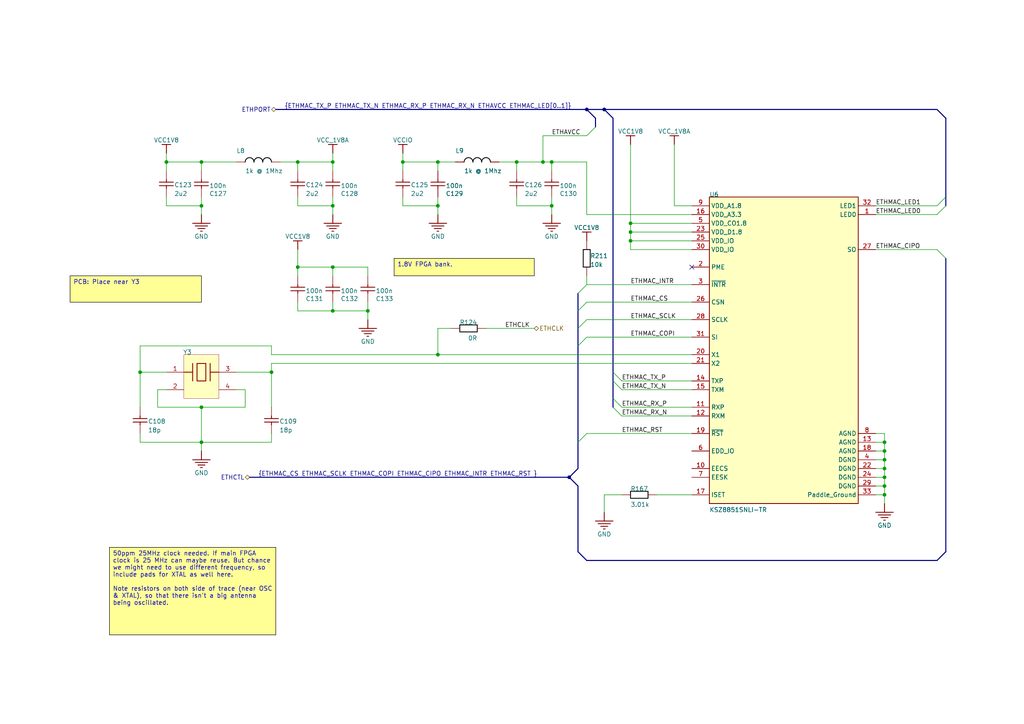
<source format=kicad_sch>
(kicad_sch (version 20231120) (generator "eeschema") (generator_version "8.0")
  (paper "A4")
  (title_block (title "<Enter Sheet Title>"))
  (lib_symbols
    (symbol "SONATA-ONE-symbols:GND_POWER_GROUND" (power)
      (property "Reference" "#PWR" (at 0 0 0))
      (property "Value" "GND" (at 0 6.35 0))
      (symbol "GND_POWER_GROUND_0_0"
        (polyline (pts (xy -2.54 -2.54) (xy 2.54 -2.54)) (stroke (width 0.254)))
        (polyline (pts (xy -1.778 -3.302) (xy 1.778 -3.302)) (stroke (width 0.254)))
        (polyline (pts (xy -1.016 -4.064) (xy 1.016 -4.064)) (stroke (width 0.254)))
        (polyline (pts (xy -0.254 -4.826) (xy 0.254 -4.826)) (stroke (width 0.254)))
        (polyline (pts (xy 0 0) (xy 0 -2.54)) (stroke (width 0.254)))
        (pin power_in line (at 0 0 0) (length 0) hide (name "GND") (number ""))
      )
    )
    (symbol "SONATA-ONE-symbols:VCC1V8_BAR" (power)
      (property "Reference" "#PWR" (at 0 0 0))
      (property "Value" "VCC1V8" (at 0 3.81 0))
      (symbol "VCC1V8_BAR_0_0"
        (polyline (pts (xy -1.27 -2.54) (xy 1.27 -2.54)) (stroke (width 0.254)))
        (polyline (pts (xy 0 0) (xy 0 -2.54)) (stroke (width 0.254)))
        (pin power_in line (at 0 0 0) (length 0) hide (name "VCC1V8") (number ""))
      )
    )
    (symbol "SONATA-ONE-symbols:VCCIO_BAR" (power)
      (property "Reference" "#PWR" (at 0 0 0))
      (property "Value" "VCCIO" (at 0 3.81 0))
      (symbol "VCCIO_BAR_0_0"
        (polyline (pts (xy -1.27 -2.54) (xy 1.27 -2.54)) (stroke (width 0.254)))
        (polyline (pts (xy 0 0) (xy 0 -2.54)) (stroke (width 0.254)))
        (pin power_in line (at 0 0 0) (length 0) hide (name "VCCIO") (number ""))
      )
    )
    (symbol "SONATA-ONE-symbols:VCC_1V8A_BAR" (power)
      (property "Reference" "#PWR" (at 0 0 0))
      (property "Value" "VCC_1V8A" (at 0 3.81 0))
      (symbol "VCC_1V8A_BAR_0_0"
        (polyline (pts (xy -1.27 -2.54) (xy 1.27 -2.54)) (stroke (width 0.254)))
        (polyline (pts (xy 0 0) (xy 0 -2.54)) (stroke (width 0.254)))
        (pin power_in line (at 0 0 0) (length 0) hide (name "VCC_1V8A") (number ""))
      )
    )
    (symbol "SONATA-ONE-symbols:root_0_1954b1b3eed228fd5e2ba5f863c4309"
      (symbol "root_0_1954b1b3eed228fd5e2ba5f863c4309_1_0"
        (rectangle (start 48.26 2.54) (end 5.08 -86.36) (stroke (width 0.254) (color 128 0 0 1)) (fill (type background)))
        (pin output line (at 53.34 -2.54 180) (length 5.08) (name "LED0") (number "1"))
        (pin input line (at 0 -76.2 0) (length 5.08) (name "EECS") (number "10"))
        (pin bidirectional line (at 0 -58.42 0) (length 5.08) (name "RXP") (number "11"))
        (pin bidirectional line (at 0 -60.96 0) (length 5.08) (name "RXM") (number "12"))
        (pin power_in line (at 53.34 -68.58 180) (length 5.08) (name "AGND") (number "13"))
        (pin bidirectional line (at 0 -50.8 0) (length 5.08) (name "TXP") (number "14"))
        (pin bidirectional line (at 0 -53.34 0) (length 5.08) (name "TXM") (number "15"))
        (pin power_in line (at 0 -2.54 0) (length 5.08) (name "VDD_A3.3") (number "16"))
        (pin output line (at 0 -83.82 0) (length 5.08) (name "ISET") (number "17"))
        (pin power_in line (at 53.34 -71.12 180) (length 5.08) (name "AGND") (number "18"))
        (pin input line (at 0 -66.04 0) (length 5.08) (name "~{RST}") (number "19"))
        (pin input line (at 0 -17.78 0) (length 5.08) (name "PME") (number "2"))
        (pin input line (at 0 -43.18 0) (length 5.08) (name "X1") (number "20"))
        (pin output line (at 0 -45.72 0) (length 5.08) (name "X2") (number "21"))
        (pin power_in line (at 53.34 -76.2 180) (length 5.08) (name "DGND") (number "22"))
        (pin power_in line (at 0 -7.62 0) (length 5.08) (name "VDD_D1.8") (number "23"))
        (pin power_in line (at 53.34 -78.74 180) (length 5.08) (name "DGND") (number "24"))
        (pin power_in line (at 0 -10.16 0) (length 5.08) (name "VDD_IO") (number "25"))
        (pin input line (at 0 -27.94 0) (length 5.08) (name "CSN") (number "26"))
        (pin output line (at 53.34 -12.7 180) (length 5.08) (name "SO") (number "27"))
        (pin input line (at 0 -33.02 0) (length 5.08) (name "SCLK") (number "28"))
        (pin power_in line (at 53.34 -81.28 180) (length 5.08) (name "DGND") (number "29"))
        (pin input line (at 0 -22.86 0) (length 5.08) (name "~{INTR}") (number "3"))
        (pin power_in line (at 0 -12.7 0) (length 5.08) (name "VDD_IO") (number "30"))
        (pin input line (at 0 -38.1 0) (length 5.08) (name "SI") (number "31"))
        (pin output line (at 53.34 0 180) (length 5.08) (name "LED1") (number "32"))
        (pin passive line (at 53.34 -83.82 180) (length 5.08) (name "Paddle_Ground") (number "33"))
        (pin power_in line (at 53.34 -73.66 180) (length 5.08) (name "DGND") (number "4"))
        (pin power_in line (at 0 -5.08 0) (length 5.08) (name "VDD_CO1.8") (number "5"))
        (pin bidirectional line (at 0 -71.12 0) (length 5.08) (name "EDD_IO") (number "6"))
        (pin input line (at 0 -78.74 0) (length 5.08) (name "EESK") (number "7"))
        (pin power_in line (at 53.34 -66.04 180) (length 5.08) (name "AGND") (number "8"))
        (pin power_in line (at 0 0 0) (length 5.08) (name "VDD_A1.8") (number "9"))
      )
    )
    (symbol "SONATA-ONE-symbols:root_0_CAP"
      (symbol "root_0_CAP_1_0"
        (polyline (pts (xy -2.032 1.778) (xy 2.032 1.778)) (stroke (width 0.254)))
        (polyline (pts (xy 0 0) (xy 0 0.762)) (stroke (width 0.254)))
        (polyline (pts (xy 0 2.54) (xy 0 1.778)) (stroke (width 0.254)))
        (polyline (pts (xy 2.032 0.762) (xy -2.032 0.762)) (stroke (width 0.254)))
        (pin passive line (at 0 5.08 270) (length 2.54) (name "1") (number "1"))
        (pin passive line (at 0 -2.54 90) (length 2.54) (name "2") (number "2"))
      )
    )
    (symbol "SONATA-ONE-symbols:root_0_H130B-12.000-16-2525-EXT-TR"
      (symbol "root_0_H130B-12.000-16-2525-EXT-TR_1_0"
        (polyline (pts (xy 5.08 0) (xy 7.62 0)) (stroke (width 0.254)))
        (polyline (pts (xy 7.62 2.54) (xy 7.62 -2.54)) (stroke (width 0.254)))
        (polyline (pts (xy 12.7 0) (xy 15.24 0)) (stroke (width 0.254)))
        (polyline (pts (xy 12.7 2.54) (xy 12.7 -2.54)) (stroke (width 0.254)))
        (polyline (pts (xy 8.89 2.54) (xy 8.89 -2.54) (xy 11.43 -2.54) (xy 11.43 2.54) (xy 8.89 2.54)) (stroke (width 0.254)))
        (rectangle (start 15.24 5.08) (end 5.08 -7.62) (stroke (width 0.0254) (color 128 0 0 1)) (fill (type background)))
        (pin passive line (at 0 0 0) (length 5.08) (name "1") (number "1"))
        (pin passive line (at 0 -5.08 0) (length 5.08) (name "2") (number "2"))
        (pin passive line (at 20.32 0 180) (length 5.08) (name "3") (number "3"))
        (pin passive line (at 20.32 -5.08 180) (length 5.08) (name "4") (number "4"))
      )
    )
    (symbol "SONATA-ONE-symbols:root_0_IND"
      (symbol "root_0_IND_1_0"
        (arc (start -2.54 0) (mid -3.81 1.27) (end -5.08 0) (stroke (width 0.254) (color 0 0 0 1)))
        (arc (start 0 0) (mid -1.27 1.27) (end -2.54 0) (stroke (width 0.254) (color 0 0 0 1)))
        (arc (start 2.54 0) (mid 1.27 1.27) (end 0 0) (stroke (width 0.254) (color 0 0 0 1)))
        (pin passive line (at -7.62 0 0) (length 2.54) (name "1") (number "1"))
        (pin passive line (at 5.08 0 180) (length 2.54) (name "2") (number "2"))
      )
    )
    (symbol "SONATA-ONE-symbols:root_0_RES-EU"
      (symbol "root_0_RES-EU_1_0"
        (rectangle (start 1.016 2.54) (end -1.016 -2.54) (stroke (width 0.254) (color 0 0 0 1)))
        (pin passive line (at 0 5.08 270) (length 2.54) (name "1") (number "1"))
        (pin passive line (at 0 -5.08 90) (length 2.54) (name "2") (number "2"))
      )
    )
    (symbol "SONATA-ONE-symbols:root_1_RES-EU"
      (symbol "root_1_RES-EU_1_0"
        (rectangle (start 2.54 1.016) (end -2.54 -1.016) (stroke (width 0.254) (color 0 0 0 1)))
        (pin passive line (at -5.08 0 0) (length 2.54) (name "1") (number "1"))
        (pin passive line (at 5.08 0 180) (length 2.54) (name "2") (number "2"))
      )
    )
  )
  (junction (at 256.54 135.89))
  (junction (at 256.54 133.35))
  (junction (at 48.26 46.99))
  (junction (at 165.1 138.43))
  (junction (at 175.26 31.75))
  (junction (at 86.36 77.47))
  (junction (at 160.02 59.69))
  (junction (at 58.42 128.27))
  (junction (at 182.88 64.77))
  (junction (at 116.84 46.99))
  (junction (at 106.68 90.17))
  (junction (at 160.02 46.99))
  (junction (at 149.86 46.99))
  (junction (at 58.42 46.99))
  (junction (at 127 102.87))
  (junction (at 96.52 77.47))
  (junction (at 256.54 143.51))
  (junction (at 86.36 46.99))
  (junction (at 96.52 90.17))
  (junction (at 256.54 128.27))
  (junction (at 127 46.99))
  (junction (at 96.52 46.99))
  (junction (at 58.42 118.11))
  (junction (at 256.54 138.43))
  (junction (at 96.52 59.69))
  (junction (at 182.88 67.31))
  (junction (at 256.54 140.97))
  (junction (at 182.88 69.85))
  (junction (at 127 59.69))
  (junction (at 256.54 130.81))
  (junction (at 58.42 59.69))
  (junction (at 170.18 31.75))
  (junction (at 40.64 107.95))
  (junction (at 78.74 107.95))
  (junction (at 157.48 46.99))
  (no_connect (at 200.66 77.47))
  (bus_entry (at 177.8 107.95) (size 2.54 2.54))
  (bus_entry (at 170.18 97.79) (size -2.54 2.54))
  (bus_entry (at 170.18 82.55) (size -2.54 2.54))
  (bus_entry (at 271.78 59.69) (size 2.54 -2.54))
  (bus_entry (at 170.18 92.71) (size -2.54 2.54))
  (bus_entry (at 170.18 87.63) (size -2.54 2.54))
  (bus_entry (at 170.18 125.73) (size -2.54 2.54))
  (bus_entry (at 177.8 110.49) (size 2.54 2.54))
  (bus_entry (at 271.78 72.39) (size 2.54 2.54))
  (bus_entry (at 177.8 115.57) (size 2.54 2.54))
  (bus_entry (at 271.78 62.23) (size 2.54 -2.54))
  (bus_entry (at 177.8 118.11) (size 2.54 2.54))
  (bus_entry (at 170.18 39.37) (size 2.54 -2.54))
  (bus (pts (xy 170.18 31.75) (xy 175.26 31.75)))
  (wire (pts (xy 195.58 59.69) (xy 195.58 41.91)))
  (wire (pts (xy 86.36 59.69) (xy 96.52 59.69)))
  (wire (pts (xy 200.66 69.85) (xy 182.88 69.85)))
  (wire (pts (xy 170.18 46.99) (xy 160.02 46.99)))
  (bus (pts (xy 172.72 34.29) (xy 170.18 31.75)))
  (wire (pts (xy 71.12 118.11) (xy 71.12 113.03)))
  (wire (pts (xy 48.26 57.15) (xy 48.26 59.69)))
  (bus (pts (xy 72.39 138.43) (xy 165.1 138.43)))
  (wire (pts (xy 200.66 143.51) (xy 190.5 143.51)))
  (wire (pts (xy 170.18 125.73) (xy 200.66 125.73)))
  (wire (pts (xy 170.18 87.63) (xy 200.66 87.63)))
  (wire (pts (xy 254 135.89) (xy 256.54 135.89)))
  (wire (pts (xy 170.18 82.55) (xy 200.66 82.55)))
  (wire (pts (xy 254 130.81) (xy 256.54 130.81)))
  (wire (pts (xy 144.78 46.99) (xy 149.86 46.99)))
  (wire (pts (xy 71.12 113.03) (xy 68.58 113.03)))
  (wire (pts (xy 86.36 90.17) (xy 86.36 87.63)))
  (bus (pts (xy 274.32 74.93) (xy 274.32 160.02)))
  (wire (pts (xy 116.84 44.45) (xy 116.84 46.99)))
  (wire (pts (xy 132.08 46.99) (xy 127 46.99)))
  (wire (pts (xy 78.74 107.95) (xy 68.58 107.95)))
  (bus (pts (xy 274.32 57.15) (xy 274.32 59.69)))
  (wire (pts (xy 116.84 46.99) (xy 116.84 49.53)))
  (wire (pts (xy 127 102.87) (xy 78.74 102.87)))
  (wire (pts (xy 58.42 118.11) (xy 58.42 128.27)))
  (bus (pts (xy 167.64 160.02) (xy 167.64 140.97)))
  (wire (pts (xy 200.66 113.03) (xy 180.34 113.03)))
  (bus (pts (xy 170.18 162.56) (xy 167.64 160.02)))
  (wire (pts (xy 149.86 57.15) (xy 149.86 59.69)))
  (bus (pts (xy 172.72 36.83) (xy 172.72 34.29)))
  (wire (pts (xy 86.36 77.47) (xy 86.36 72.39)))
  (wire (pts (xy 58.42 59.69) (xy 58.42 57.15)))
  (wire (pts (xy 116.84 57.15) (xy 116.84 59.69)))
  (wire (pts (xy 256.54 143.51) (xy 256.54 146.05)))
  (wire (pts (xy 170.18 80.01) (xy 170.18 82.55)))
  (wire (pts (xy 200.66 72.39) (xy 182.88 72.39)))
  (wire (pts (xy 106.68 90.17) (xy 106.68 92.71)))
  (wire (pts (xy 106.68 90.17) (xy 96.52 90.17)))
  (wire (pts (xy 254 143.51) (xy 256.54 143.51)))
  (bus (pts (xy 274.32 34.29) (xy 274.32 57.15)))
  (wire (pts (xy 200.66 105.41) (xy 78.74 105.41)))
  (wire (pts (xy 182.88 69.85) (xy 182.88 67.31)))
  (wire (pts (xy 170.18 62.23) (xy 170.18 46.99)))
  (wire (pts (xy 48.26 46.99) (xy 48.26 49.53)))
  (wire (pts (xy 140.97 95.25) (xy 154.94 95.25)))
  (wire (pts (xy 149.86 59.69) (xy 160.02 59.69)))
  (wire (pts (xy 40.64 100.33) (xy 78.74 100.33)))
  (bus (pts (xy 167.64 95.25) (xy 167.64 100.33)))
  (wire (pts (xy 58.42 46.99) (xy 58.42 49.53)))
  (wire (pts (xy 96.52 46.99) (xy 96.52 44.45)))
  (wire (pts (xy 127 57.15) (xy 127 59.69)))
  (wire (pts (xy 96.52 87.63) (xy 96.52 90.17)))
  (wire (pts (xy 40.64 100.33) (xy 40.64 107.95)))
  (wire (pts (xy 96.52 90.17) (xy 86.36 90.17)))
  (wire (pts (xy 182.88 64.77) (xy 182.88 67.31)))
  (wire (pts (xy 200.66 102.87) (xy 127 102.87)))
  (wire (pts (xy 149.86 49.53) (xy 149.86 46.99)))
  (wire (pts (xy 200.66 62.23) (xy 170.18 62.23)))
  (wire (pts (xy 96.52 46.99) (xy 96.52 49.53)))
  (wire (pts (xy 127 46.99) (xy 127 49.53)))
  (wire (pts (xy 157.48 46.99) (xy 157.48 39.37)))
  (bus (pts (xy 177.8 34.29) (xy 175.26 31.75)))
  (wire (pts (xy 86.36 57.15) (xy 86.36 59.69)))
  (bus (pts (xy 177.8 110.49) (xy 177.8 107.95)))
  (wire (pts (xy 256.54 138.43) (xy 256.54 140.97)))
  (wire (pts (xy 58.42 118.11) (xy 71.12 118.11)))
  (wire (pts (xy 48.26 59.69) (xy 58.42 59.69)))
  (bus (pts (xy 177.8 107.95) (xy 177.8 34.29)))
  (wire (pts (xy 254 72.39) (xy 271.78 72.39)))
  (wire (pts (xy 254 62.23) (xy 271.78 62.23)))
  (wire (pts (xy 86.36 46.99) (xy 96.52 46.99)))
  (wire (pts (xy 45.72 118.11) (xy 58.42 118.11)))
  (wire (pts (xy 175.26 148.59) (xy 175.26 143.51)))
  (wire (pts (xy 157.48 46.99) (xy 160.02 46.99)))
  (wire (pts (xy 170.18 92.71) (xy 200.66 92.71)))
  (wire (pts (xy 254 125.73) (xy 256.54 125.73)))
  (wire (pts (xy 40.64 118.11) (xy 40.64 107.95)))
  (wire (pts (xy 86.36 49.53) (xy 86.36 46.99)))
  (wire (pts (xy 78.74 128.27) (xy 58.42 128.27)))
  (wire (pts (xy 160.02 62.23) (xy 160.02 59.69)))
  (wire (pts (xy 78.74 118.11) (xy 78.74 107.95)))
  (bus (pts (xy 175.26 31.75) (xy 271.78 31.75)))
  (wire (pts (xy 254 133.35) (xy 256.54 133.35)))
  (wire (pts (xy 40.64 128.27) (xy 40.64 125.73)))
  (wire (pts (xy 182.88 64.77) (xy 182.88 41.91)))
  (wire (pts (xy 256.54 128.27) (xy 256.54 130.81)))
  (wire (pts (xy 256.54 140.97) (xy 256.54 143.51)))
  (wire (pts (xy 256.54 130.81) (xy 256.54 133.35)))
  (bus (pts (xy 271.78 162.56) (xy 170.18 162.56)))
  (wire (pts (xy 48.26 113.03) (xy 45.72 113.03)))
  (bus (pts (xy 167.64 128.27) (xy 167.64 135.89)))
  (wire (pts (xy 127 95.25) (xy 127 102.87)))
  (wire (pts (xy 48.26 44.45) (xy 48.26 46.99)))
  (wire (pts (xy 170.18 97.79) (xy 200.66 97.79)))
  (bus (pts (xy 167.64 90.17) (xy 167.64 95.25)))
  (wire (pts (xy 200.66 120.65) (xy 180.34 120.65)))
  (wire (pts (xy 256.54 135.89) (xy 256.54 138.43)))
  (bus (pts (xy 167.64 135.89) (xy 165.1 138.43)))
  (wire (pts (xy 116.84 46.99) (xy 127 46.99)))
  (wire (pts (xy 175.26 143.51) (xy 180.34 143.51)))
  (wire (pts (xy 48.26 46.99) (xy 58.42 46.99)))
  (wire (pts (xy 106.68 80.01) (xy 106.68 77.47)))
  (wire (pts (xy 200.66 59.69) (xy 195.58 59.69)))
  (wire (pts (xy 45.72 113.03) (xy 45.72 118.11)))
  (wire (pts (xy 254 128.27) (xy 256.54 128.27)))
  (wire (pts (xy 40.64 107.95) (xy 48.26 107.95)))
  (wire (pts (xy 78.74 102.87) (xy 78.74 100.33)))
  (wire (pts (xy 160.02 46.99) (xy 160.02 49.53)))
  (bus (pts (xy 165.1 138.43) (xy 167.64 140.97)))
  (wire (pts (xy 78.74 125.73) (xy 78.74 128.27)))
  (wire (pts (xy 58.42 62.23) (xy 58.42 59.69)))
  (bus (pts (xy 177.8 118.11) (xy 177.8 115.57)))
  (wire (pts (xy 160.02 59.69) (xy 160.02 57.15)))
  (bus (pts (xy 177.8 115.57) (xy 177.8 110.49)))
  (wire (pts (xy 78.74 105.41) (xy 78.74 107.95)))
  (wire (pts (xy 81.28 46.99) (xy 86.36 46.99)))
  (wire (pts (xy 96.52 77.47) (xy 86.36 77.47)))
  (wire (pts (xy 106.68 77.47) (xy 96.52 77.47)))
  (wire (pts (xy 116.84 59.69) (xy 127 59.69)))
  (wire (pts (xy 200.66 67.31) (xy 182.88 67.31)))
  (wire (pts (xy 58.42 46.99) (xy 68.58 46.99)))
  (wire (pts (xy 58.42 128.27) (xy 58.42 130.81)))
  (wire (pts (xy 96.52 62.23) (xy 96.52 59.69)))
  (wire (pts (xy 256.54 125.73) (xy 256.54 128.27)))
  (wire (pts (xy 86.36 77.47) (xy 86.36 80.01)))
  (wire (pts (xy 200.66 64.77) (xy 182.88 64.77)))
  (bus (pts (xy 274.32 34.29) (xy 271.78 31.75)))
  (wire (pts (xy 254 59.69) (xy 271.78 59.69)))
  (bus (pts (xy 167.64 85.09) (xy 167.64 90.17)))
  (bus (pts (xy 80.01 31.75) (xy 170.18 31.75)))
  (wire (pts (xy 254 140.97) (xy 256.54 140.97)))
  (wire (pts (xy 96.52 59.69) (xy 96.52 57.15)))
  (bus (pts (xy 167.64 100.33) (xy 167.64 128.27)))
  (wire (pts (xy 127 95.25) (xy 130.81 95.25)))
  (wire (pts (xy 96.52 80.01) (xy 96.52 77.47)))
  (wire (pts (xy 200.66 118.11) (xy 180.34 118.11)))
  (wire (pts (xy 200.66 110.49) (xy 180.34 110.49)))
  (wire (pts (xy 157.48 39.37) (xy 170.18 39.37)))
  (wire (pts (xy 254 138.43) (xy 256.54 138.43)))
  (wire (pts (xy 256.54 133.35) (xy 256.54 135.89)))
  (bus (pts (xy 274.32 160.02) (xy 271.78 162.56)))
  (wire (pts (xy 182.88 72.39) (xy 182.88 69.85)))
  (wire (pts (xy 127 59.69) (xy 127 62.23)))
  (wire (pts (xy 149.86 46.99) (xy 157.48 46.99)))
  (wire (pts (xy 106.68 87.63) (xy 106.68 90.17)))
  (wire (pts (xy 58.42 128.27) (xy 40.64 128.27)))
  (text_box "50ppm 25MHz clock needed. If main FPGA clock is 25 MHz can maybe reuse. But chance we might need to use different frequency, so include pads for XTAL as well here.\n\nNote resistors on both side of trace (near OSC & XTAL), so that there isn't a big antenna being oscillated." (at 31.75 158.75 0) (size 48.26 25.4) (stroke (width 0) (color 0 0 0 1)) (fill (type color) (color 255 255 150 1)) (effects (font (size 1.27 1.27)) (justify left top)))
  (text_box "1.8V FPGA bank." (at 114.3 74.93 0) (size 40.64 5.08) (stroke (width 0) (color 0 0 0 1)) (fill (type color) (color 255 255 150 1)) (effects (font (size 1.27 1.27)) (justify left top)))
  (text_box "PCB: Place near Y3" (at 58.42 80.01 0) (size -38.1 7.62) (stroke (width 0) (color 0 0 0 1)) (fill (type color) (color 255 255 150 1)) (effects (font (size 1.27 1.27)) (justify left top)))
  (label "ETHMAC_RX_P" (at 180.34 118.11 0))
  (label "ETHMAC_CS" (at 182.88 87.63 0))
  (label "ETHMAC_TX_P" (at 180.34 110.49 0))
  (label "ETHMAC_LED1" (at 254 59.69 0))
  (label "ETHMAC_INTR" (at 182.88 82.55 0))
  (label "{ETHMAC_CS ETHMAC_SCLK ETHMAC_COPI ETHMAC_CIPO ETHMAC_INTR ETHMAC_RST }" (at 74.93 138.43 0))
  (label "ETHCLK" (at 153.67 95.25 180))
  (label "ETHMAC_CIPO" (at 254 72.39 0))
  (label "ETHAVCC" (at 160.02 39.37 0))
  (label "ETHMAC_RST" (at 180.34 125.73 0))
  (label "{ETHMAC_TX_P ETHMAC_TX_N ETHMAC_RX_P ETHMAC_RX_N ETHAVCC ETHMAC_LED[0..1]}" (at 82.55 31.75 0))
  (label "ETHMAC_TX_N" (at 180.34 113.03 0))
  (label "ETHMAC_LED0" (at 254 62.23 0))
  (label "ETHMAC_SCLK" (at 182.88 92.71 0))
  (label "ETHMAC_RX_N" (at 180.34 120.65 0))
  (label "ETHMAC_COPI" (at 182.88 97.79 0))
  (hierarchical_label "ETHCTL" (shape bidirectional) (at 72.39 138.43 180))
  (hierarchical_label "ETHCLK" (shape bidirectional) (at 154.94 95.25 0))
  (hierarchical_label "ETHPORT" (shape bidirectional) (at 80.01 31.75 180))
  (symbol (lib_id "SONATA-ONE-symbols:root_1_RES-EU") (at 185.42 143.51 0) (unit 1)
    (property "Reference" "R167" (at 182.88 142.494 0) (effects (justify left bottom)))
    (property "Value" "3.01k" (at 182.88 147.066 0) (effects (justify left bottom)))
    (property "Footprint" "SONATA-ONE-LIBRARY:RESC1005X40N" (effects (hide yes)))
    (property "Description" "10k res, 0402, 1%, 1/16W" (effects (hide yes)))
    (property "MANUFACTURE PART NUMBER 1" "RC0402FR-073K01L" (effects (hide yes)))
  )
  (symbol (lib_id "SONATA-ONE-symbols:GND_POWER_GROUND") (at 58.42 130.81 0) (unit 1)
    (property "Reference" "#PWR0173" (effects (hide yes)))
    (property "Value" "GND" (at 58.42 137.16 0))
    (property "Description" "Power symbol creates a global label with name 'GND'" (effects (hide yes)))
  )
  (symbol (lib_id "SONATA-ONE-symbols:VCC1V8_BAR") (at 48.26 44.45 180) (unit 1)
    (property "Reference" "#PWR0171" (effects (hide yes)))
    (property "Value" "VCC1V8" (at 48.26 40.64 0))
    (property "Description" "Power symbol creates a global label with name 'VCC1V8'" (effects (hide yes)))
  )
  (symbol (lib_id "SONATA-ONE-symbols:root_0_RES-EU") (at 170.18 74.93 0) (unit 1)
    (property "Reference" "R211" (at 171.196 74.93 0) (effects (justify left bottom)))
    (property "Value" "10k" (at 171.196 77.47 0) (effects (justify left bottom)))
    (property "Footprint" "SONATA-ONE-LIBRARY:RESC1005X40N" (effects (hide yes)))
    (property "Description" "10k res, 0402, 1%, 1/16W" (effects (hide yes)))
    (property "MANUFACTURE PART NUMBER 1" "RC0402FR-0710KL" (effects (hide yes)))
  )
  (symbol (lib_id "SONATA-ONE-symbols:GND_POWER_GROUND") (at 256.54 146.05 0) (unit 1)
    (property "Reference" "#PWR0188" (effects (hide yes)))
    (property "Value" "GND" (at 256.54 152.4 0))
    (property "Description" "Power symbol creates a global label with name 'GND'" (effects (hide yes)))
  )
  (symbol (lib_id "SONATA-ONE-symbols:root_0_CAP") (at 116.84 54.61 0) (unit 1)
    (property "Reference" "C125" (at 119.126 54.356 0) (effects (justify left bottom)))
    (property "Value" "2u2" (at 119.126 56.896 0) (effects (justify left bottom)))
    (property "Footprint" "SONATA-ONE-LIBRARY:CAPC0603_M" (effects (hide yes)))
    (property "Description" "100n, 0402" (effects (hide yes)))
    (property "MANUFACTURE PART NUMBER 1" "CL10B225KP8NNNC" (effects (hide yes)))
  )
  (symbol (lib_id "SONATA-ONE-symbols:root_0_CAP") (at 48.26 54.61 0) (unit 1)
    (property "Reference" "C123" (at 50.546 54.356 0) (effects (justify left bottom)))
    (property "Value" "2u2" (at 50.546 56.896 0) (effects (justify left bottom)))
    (property "Footprint" "SONATA-ONE-LIBRARY:CAPC0603_M" (effects (hide yes)))
    (property "Description" "100n, 0402" (effects (hide yes)))
    (property "MANUFACTURE PART NUMBER 1" "CL10B225KP8NNNC" (effects (hide yes)))
  )
  (symbol (lib_id "SONATA-ONE-symbols:root_0_CAP") (at 96.52 85.09 0) (unit 1)
    (property "Reference" "C132" (at 98.806 87.376 0) (effects (justify left bottom)))
    (property "Value" "100n" (at 98.806 85.09 0) (effects (justify left bottom)))
    (property "Footprint" "SONATA-ONE-LIBRARY:CAPC0402_M" (effects (hide yes)))
    (property "Description" "100n, 0402" (effects (hide yes)))
  )
  (symbol (lib_id "SONATA-ONE-symbols:VCC1V8_BAR") (at 86.36 72.39 180) (unit 1)
    (property "Reference" "#PWR0174" (effects (hide yes)))
    (property "Value" "VCC1V8" (at 86.36 68.58 0))
    (property "Description" "Power symbol creates a global label with name 'VCC1V8'" (effects (hide yes)))
  )
  (symbol (lib_id "SONATA-ONE-symbols:root_0_IND") (at 139.7 46.99 0) (unit 1)
    (property "Reference" "L9" (at 132.08 44.45 0) (effects (justify left bottom)))
    (property "Value" "1k @ 1Mhz" (at 134.62 50.292 0) (effects (justify left bottom)))
    (property "Footprint" "SONATA-ONE-LIBRARY:IND_0603" (effects (hide yes)))
    (property "Description" "fixed ind, ferrite, shielded" (effects (hide yes)))
    (property "MANUFACTURE PART NUMBER 1" "FBMH1608HM102-T\nFBMH1608HM102-T\nFBMH1608HM102-T\nFBMH1608HM102-T" (effects (hide yes)))
  )
  (symbol (lib_id "SONATA-ONE-symbols:root_0_CAP") (at 78.74 123.19 0) (unit 1)
    (property "Reference" "C109" (at 81.026 122.936 0) (effects (justify left bottom)))
    (property "Value" "18p" (at 81.026 125.476 0) (effects (justify left bottom)))
    (property "Footprint" "SONATA-ONE-LIBRARY:CAPC0402_M" (effects (hide yes)))
    (property "Description" "100n, 0402" (effects (hide yes)))
    (property "MANUFACTURE PART NUMBER 1" "GRM1555C1H180JA01D" (effects (hide yes)))
  )
  (symbol (lib_id "SONATA-ONE-symbols:GND_POWER_GROUND") (at 175.26 148.59 0) (unit 1)
    (property "Reference" "#PWR0185" (effects (hide yes)))
    (property "Value" "GND" (at 175.26 154.94 0))
    (property "Description" "Power symbol creates a global label with name 'GND'" (effects (hide yes)))
  )
  (symbol (lib_id "SONATA-ONE-symbols:root_0_IND") (at 76.2 46.99 0) (unit 1)
    (property "Reference" "L8" (at 68.58 44.45 0) (effects (justify left bottom)))
    (property "Value" "1k @ 1Mhz" (at 71.12 50.292 0) (effects (justify left bottom)))
    (property "Footprint" "SONATA-ONE-LIBRARY:IND_0603" (effects (hide yes)))
    (property "Description" "fixed ind, ferrite, shielded" (effects (hide yes)))
    (property "MANUFACTURE PART NUMBER 1" "FBMH1608HM102-T\nFBMH1608HM102-T\nFBMH1608HM102-T\nFBMH1608HM102-T" (effects (hide yes)))
  )
  (symbol (lib_id "SONATA-ONE-symbols:VCC_1V8A_BAR") (at 195.58 41.91 180) (unit 1)
    (property "Reference" "#PWR0187" (effects (hide yes)))
    (property "Value" "VCC_1V8A" (at 195.58 38.1 0))
    (property "Description" "Power symbol creates a global label with name 'VCC_1V8A'" (effects (hide yes)))
  )
  (symbol (lib_id "SONATA-ONE-symbols:GND_POWER_GROUND") (at 127 62.23 0) (unit 1)
    (property "Reference" "#PWR0182" (effects (hide yes)))
    (property "Value" "GND" (at 127 68.58 0))
    (property "Description" "Power symbol creates a global label with name 'GND'" (effects (hide yes)))
  )
  (symbol (lib_id "SONATA-ONE-symbols:root_0_CAP") (at 40.64 123.19 0) (unit 1)
    (property "Reference" "C108" (at 42.926 122.936 0) (effects (justify left bottom)))
    (property "Value" "18p" (at 42.926 125.476 0) (effects (justify left bottom)))
    (property "Footprint" "SONATA-ONE-LIBRARY:CAPC0402_M" (effects (hide yes)))
    (property "Description" "100n, 0402" (effects (hide yes)))
    (property "MANUFACTURE PART NUMBER 1" "GRM1555C1H180JA01D" (effects (hide yes)))
  )
  (symbol (lib_id "SONATA-ONE-symbols:root_0_CAP") (at 58.42 54.61 0) (unit 1)
    (property "Reference" "C127" (at 60.706 56.896 0) (effects (justify left bottom)))
    (property "Value" "100n" (at 60.706 54.61 0) (effects (justify left bottom)))
    (property "Footprint" "SONATA-ONE-LIBRARY:CAPC0402_M" (effects (hide yes)))
    (property "Description" "100n, 0402" (effects (hide yes)))
  )
  (symbol (lib_id "SONATA-ONE-symbols:root_0_1954b1b3eed228fd5e2ba5f863c4309") (at 200.66 59.69 0) (unit 1)
    (property "Reference" "U6" (at 205.74 57.15 0) (effects (justify left bottom)))
    (property "Value" "KSZ8851SNLI-TR" (at 205.74 148.59 0) (effects (justify left bottom)))
    (property "Footprint" "SONATA-ONE-LIBRARY:FP-QFN55-32LD-PL-5-IPC_C" (effects (hide yes)))
    (property "Description" "IC ETHERNET CTLR 1PORT PCI 32MLF" (effects (hide yes)))
  )
  (symbol (lib_id "SONATA-ONE-symbols:root_0_CAP") (at 86.36 54.61 0) (unit 1)
    (property "Reference" "C124" (at 88.646 54.356 0) (effects (justify left bottom)))
    (property "Value" "2u2" (at 88.646 56.896 0) (effects (justify left bottom)))
    (property "Footprint" "SONATA-ONE-LIBRARY:CAPC0603_M" (effects (hide yes)))
    (property "Description" "100n, 0402" (effects (hide yes)))
    (property "MANUFACTURE PART NUMBER 1" "CL10B225KP8NNNC" (effects (hide yes)))
  )
  (symbol (lib_id "SONATA-ONE-symbols:root_0_CAP") (at 106.68 85.09 0) (unit 1)
    (property "Reference" "C133" (at 108.966 87.376 0) (effects (justify left bottom)))
    (property "Value" "100n" (at 108.966 85.09 0) (effects (justify left bottom)))
    (property "Footprint" "SONATA-ONE-LIBRARY:CAPC0402_M" (effects (hide yes)))
    (property "Description" "100n, 0402" (effects (hide yes)))
  )
  (symbol (lib_id "SONATA-ONE-symbols:root_0_CAP") (at 127 54.61 0) (unit 1)
    (property "Reference" "C129" (at 129.286 56.896 0) (effects (justify left bottom)))
    (property "Value" "100n" (at 129.286 54.61 0) (effects (justify left bottom)))
    (property "Footprint" "SONATA-ONE-LIBRARY:CAPC0402_M" (effects (hide yes)))
    (property "Description" "100n, 0402" (effects (hide yes)))
  )
  (symbol (lib_id "SONATA-ONE-symbols:VCC_1V8A_BAR") (at 96.52 44.45 180) (unit 1)
    (property "Reference" "#PWR0175" (effects (hide yes)))
    (property "Value" "VCC_1V8A" (at 96.52 40.64 0))
    (property "Description" "Power symbol creates a global label with name 'VCC_1V8A'" (effects (hide yes)))
  )
  (symbol (lib_id "SONATA-ONE-symbols:root_0_CAP") (at 160.02 54.61 0) (unit 1)
    (property "Reference" "C130" (at 162.306 56.896 0) (effects (justify left bottom)))
    (property "Value" "100n" (at 162.306 54.61 0) (effects (justify left bottom)))
    (property "Footprint" "SONATA-ONE-LIBRARY:CAPC0402_M" (effects (hide yes)))
    (property "Description" "100n, 0402" (effects (hide yes)))
  )
  (symbol (lib_id "SONATA-ONE-symbols:root_0_CAP") (at 96.52 54.61 0) (unit 1)
    (property "Reference" "C128" (at 98.806 56.896 0) (effects (justify left bottom)))
    (property "Value" "100n" (at 98.806 54.61 0) (effects (justify left bottom)))
    (property "Footprint" "SONATA-ONE-LIBRARY:CAPC0402_M" (effects (hide yes)))
    (property "Description" "100n, 0402" (effects (hide yes)))
  )
  (symbol (lib_id "SONATA-ONE-symbols:root_0_CAP") (at 149.86 54.61 0) (unit 1)
    (property "Reference" "C126" (at 152.146 54.356 0) (effects (justify left bottom)))
    (property "Value" "2u2" (at 152.146 56.896 0) (effects (justify left bottom)))
    (property "Footprint" "SONATA-ONE-LIBRARY:CAPC0603_M" (effects (hide yes)))
    (property "Description" "100n, 0402" (effects (hide yes)))
    (property "MANUFACTURE PART NUMBER 1" "CL10B225KP8NNNC" (effects (hide yes)))
  )
  (symbol (lib_id "SONATA-ONE-symbols:VCCIO_BAR") (at 116.84 44.45 180) (unit 1)
    (property "Reference" "#PWR0178" (effects (hide yes)))
    (property "Value" "VCCIO" (at 116.84 40.64 0))
    (property "Description" "Power symbol creates a global label with name 'VCCIO'" (effects (hide yes)))
  )
  (symbol (lib_id "SONATA-ONE-symbols:GND_POWER_GROUND") (at 58.42 62.23 0) (unit 1)
    (property "Reference" "#PWR0172" (effects (hide yes)))
    (property "Value" "GND" (at 58.42 68.58 0))
    (property "Description" "Power symbol creates a global label with name 'GND'" (effects (hide yes)))
  )
  (symbol (lib_id "SONATA-ONE-symbols:root_0_H130B-12.000-16-2525-EXT-TR") (at 48.26 107.95 0) (unit 1)
    (property "Reference" "Y3" (at 53.086 102.87 0) (effects (justify left bottom)))
    (property "Value" "H130B-12.000-16-2525-EXT-TR" (effects (hide yes)))
    (property "Footprint" "SONATA-ONE-LIBRARY:5x3.2MM XTAL" (effects (hide yes)))
    (property "Description" "12MHz ±25ppm Crystal 16pF 35 Ohms 4-SMD, No Lead" (effects (hide yes)))
    (property "MANUFACTURE PART NUMBER 1" "H130B-25.000-18-1030-EXT-TR" (effects (hide yes)))
  )
  (symbol (lib_id "SONATA-ONE-symbols:root_0_CAP") (at 86.36 85.09 0) (unit 1)
    (property "Reference" "C131" (at 88.646 87.376 0) (effects (justify left bottom)))
    (property "Value" "100n" (at 88.646 85.09 0) (effects (justify left bottom)))
    (property "Footprint" "SONATA-ONE-LIBRARY:CAPC0402_M" (effects (hide yes)))
    (property "Description" "100n, 0402" (effects (hide yes)))
  )
  (symbol (lib_id "SONATA-ONE-symbols:GND_POWER_GROUND") (at 106.68 92.71 0) (unit 1)
    (property "Reference" "#PWR0177" (effects (hide yes)))
    (property "Value" "GND" (at 106.68 99.06 0))
    (property "Description" "Power symbol creates a global label with name 'GND'" (effects (hide yes)))
  )
  (symbol (lib_id "SONATA-ONE-symbols:root_1_RES-EU") (at 135.89 95.25 0) (mirror y) (unit 1)
    (property "Reference" "R124" (at 138.43 94.234 0) (effects (justify left bottom)))
    (property "Value" "0R" (at 138.43 98.806 0) (effects (justify left bottom)))
    (property "Footprint" "SONATA-ONE-LIBRARY:RESC1608X55N" (effects (hide yes)))
    (property "Description" "10k res, 0402, 1%, 1/16W" (effects (hide yes)))
    (property "MANUFACTURE PART NUMBER 1" "RC0603FR-070RL" (effects (hide yes)))
  )
  (symbol (lib_id "SONATA-ONE-symbols:VCC1V8_BAR") (at 182.88 41.91 180) (unit 1)
    (property "Reference" "#PWR0186" (effects (hide yes)))
    (property "Value" "VCC1V8" (at 182.88 38.1 0))
    (property "Description" "Power symbol creates a global label with name 'VCC1V8'" (effects (hide yes)))
  )
  (symbol (lib_id "SONATA-ONE-symbols:GND_POWER_GROUND") (at 160.02 62.23 0) (unit 1)
    (property "Reference" "#PWR0183" (effects (hide yes)))
    (property "Value" "GND" (at 160.02 68.58 0))
    (property "Description" "Power symbol creates a global label with name 'GND'" (effects (hide yes)))
  )
  (symbol (lib_id "SONATA-ONE-symbols:GND_POWER_GROUND") (at 96.52 62.23 0) (unit 1)
    (property "Reference" "#PWR0176" (effects (hide yes)))
    (property "Value" "GND" (at 96.52 68.58 0))
    (property "Description" "Power symbol creates a global label with name 'GND'" (effects (hide yes)))
  )
  (symbol (lib_id "SONATA-ONE-symbols:VCC1V8_BAR") (at 170.18 69.85 180) (unit 1)
    (property "Reference" "#PWR0184" (effects (hide yes)))
    (property "Value" "VCC1V8" (at 170.18 66.04 0))
    (property "Description" "Power symbol creates a global label with name 'VCC1V8'" (effects (hide yes)))
  )
)
</source>
